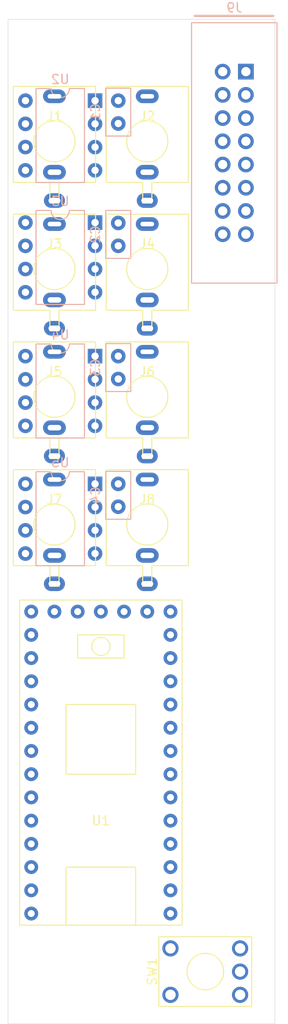
<source format=kicad_pcb>
(kicad_pcb (version 20171130) (host pcbnew "(5.1.5)-3")

  (general
    (thickness 1.6)
    (drawings 4)
    (tracks 0)
    (zones 0)
    (modules 19)
    (nets 56)
  )

  (page User 200 200)
  (title_block
    (title "002 - PC Interface")
    (rev 1.0)
    (company MIT)
  )

  (layers
    (0 F.Cu signal)
    (31 B.Cu signal)
    (32 B.Adhes user)
    (33 F.Adhes user)
    (34 B.Paste user)
    (35 F.Paste user)
    (36 B.SilkS user)
    (37 F.SilkS user)
    (38 B.Mask user)
    (39 F.Mask user)
    (40 Dwgs.User user)
    (41 Cmts.User user)
    (42 Eco1.User user)
    (43 Eco2.User user)
    (44 Edge.Cuts user)
    (45 Margin user)
    (46 B.CrtYd user)
    (47 F.CrtYd user)
    (48 B.Fab user)
    (49 F.Fab user)
  )

  (setup
    (last_trace_width 0.25)
    (trace_clearance 0.2)
    (zone_clearance 0.508)
    (zone_45_only no)
    (trace_min 0.2)
    (via_size 0.8)
    (via_drill 0.4)
    (via_min_size 0.4)
    (via_min_drill 0.3)
    (uvia_size 0.3)
    (uvia_drill 0.1)
    (uvias_allowed no)
    (uvia_min_size 0.2)
    (uvia_min_drill 0.1)
    (edge_width 0.05)
    (segment_width 0.2)
    (pcb_text_width 0.3)
    (pcb_text_size 1.5 1.5)
    (mod_edge_width 0.12)
    (mod_text_size 1 1)
    (mod_text_width 0.15)
    (pad_size 1.524 1.524)
    (pad_drill 0.762)
    (pad_to_mask_clearance 0.051)
    (solder_mask_min_width 0.25)
    (aux_axis_origin 0 0)
    (visible_elements FFFFFF7F)
    (pcbplotparams
      (layerselection 0x010fc_ffffffff)
      (usegerberextensions false)
      (usegerberattributes false)
      (usegerberadvancedattributes false)
      (creategerberjobfile false)
      (excludeedgelayer true)
      (linewidth 0.100000)
      (plotframeref false)
      (viasonmask false)
      (mode 1)
      (useauxorigin false)
      (hpglpennumber 1)
      (hpglpenspeed 20)
      (hpglpendiameter 15.000000)
      (psnegative false)
      (psa4output false)
      (plotreference true)
      (plotvalue true)
      (plotinvisibletext false)
      (padsonsilk false)
      (subtractmaskfromsilk false)
      (outputformat 1)
      (mirror false)
      (drillshape 1)
      (scaleselection 1)
      (outputdirectory ""))
  )

  (net 0 "")
  (net 1 GND)
  (net 2 "Net-(J1-Pad2)")
  (net 3 "Net-(J1-Pad3)")
  (net 4 "Net-(J2-Pad2)")
  (net 5 "Net-(J2-Pad3)")
  (net 6 "Net-(J3-Pad2)")
  (net 7 "Net-(J3-Pad3)")
  (net 8 "Net-(J4-Pad2)")
  (net 9 "Net-(J4-Pad3)")
  (net 10 "Net-(J5-Pad2)")
  (net 11 "Net-(J5-Pad3)")
  (net 12 "Net-(J6-Pad2)")
  (net 13 "Net-(J6-Pad3)")
  (net 14 "Net-(J7-Pad2)")
  (net 15 "Net-(J7-Pad3)")
  (net 16 "Net-(J8-Pad2)")
  (net 17 "Net-(J8-Pad3)")
  (net 18 "Net-(J9-Pad16)")
  (net 19 "Net-(J9-Pad15)")
  (net 20 "Net-(J9-Pad14)")
  (net 21 "Net-(J9-Pad13)")
  (net 22 +5V)
  (net 23 +12V)
  (net 24 -12V)
  (net 25 "Net-(SW1-Pad2)")
  (net 26 "Net-(U1-Pad31)")
  (net 27 "Net-(U1-Pad30)")
  (net 28 "Net-(U1-Pad29)")
  (net 29 "Net-(U1-Pad28)")
  (net 30 "Net-(U1-Pad27)")
  (net 31 "Net-(U1-Pad26)")
  (net 32 "Net-(U1-Pad25)")
  (net 33 "Net-(U1-Pad24)")
  (net 34 "Net-(U1-Pad23)")
  (net 35 "Net-(U1-Pad22)")
  (net 36 CS_DAC1)
  (net 37 "Net-(U1-Pad20)")
  (net 38 CS_DAC4)
  (net 39 CS_DAC3)
  (net 40 "Net-(U1-Pad17)")
  (net 41 "Net-(U1-Pad16)")
  (net 42 "Net-(U1-Pad15)")
  (net 43 CS_DAC2)
  (net 44 "Net-(U1-Pad13)")
  (net 45 MOSI)
  (net 46 SCK)
  (net 47 "Net-(U1-Pad10)")
  (net 48 "Net-(U1-Pad9)")
  (net 49 "Net-(U1-Pad8)")
  (net 50 "Net-(U1-Pad7)")
  (net 51 "Net-(U1-Pad6)")
  (net 52 "Net-(U1-Pad5)")
  (net 53 "Net-(U1-Pad4)")
  (net 54 "Net-(U1-Pad3)")
  (net 55 "Net-(U1-Pad2)")

  (net_class Default "This is the default net class."
    (clearance 0.2)
    (trace_width 0.25)
    (via_dia 0.8)
    (via_drill 0.4)
    (uvia_dia 0.3)
    (uvia_drill 0.1)
    (add_net +12V)
    (add_net +5V)
    (add_net -12V)
    (add_net CS_DAC1)
    (add_net CS_DAC2)
    (add_net CS_DAC3)
    (add_net CS_DAC4)
    (add_net GND)
    (add_net MOSI)
    (add_net "Net-(J1-Pad2)")
    (add_net "Net-(J1-Pad3)")
    (add_net "Net-(J2-Pad2)")
    (add_net "Net-(J2-Pad3)")
    (add_net "Net-(J3-Pad2)")
    (add_net "Net-(J3-Pad3)")
    (add_net "Net-(J4-Pad2)")
    (add_net "Net-(J4-Pad3)")
    (add_net "Net-(J5-Pad2)")
    (add_net "Net-(J5-Pad3)")
    (add_net "Net-(J6-Pad2)")
    (add_net "Net-(J6-Pad3)")
    (add_net "Net-(J7-Pad2)")
    (add_net "Net-(J7-Pad3)")
    (add_net "Net-(J8-Pad2)")
    (add_net "Net-(J8-Pad3)")
    (add_net "Net-(J9-Pad13)")
    (add_net "Net-(J9-Pad14)")
    (add_net "Net-(J9-Pad15)")
    (add_net "Net-(J9-Pad16)")
    (add_net "Net-(SW1-Pad2)")
    (add_net "Net-(U1-Pad10)")
    (add_net "Net-(U1-Pad13)")
    (add_net "Net-(U1-Pad15)")
    (add_net "Net-(U1-Pad16)")
    (add_net "Net-(U1-Pad17)")
    (add_net "Net-(U1-Pad2)")
    (add_net "Net-(U1-Pad20)")
    (add_net "Net-(U1-Pad22)")
    (add_net "Net-(U1-Pad23)")
    (add_net "Net-(U1-Pad24)")
    (add_net "Net-(U1-Pad25)")
    (add_net "Net-(U1-Pad26)")
    (add_net "Net-(U1-Pad27)")
    (add_net "Net-(U1-Pad28)")
    (add_net "Net-(U1-Pad29)")
    (add_net "Net-(U1-Pad3)")
    (add_net "Net-(U1-Pad30)")
    (add_net "Net-(U1-Pad31)")
    (add_net "Net-(U1-Pad4)")
    (add_net "Net-(U1-Pad5)")
    (add_net "Net-(U1-Pad6)")
    (add_net "Net-(U1-Pad7)")
    (add_net "Net-(U1-Pad8)")
    (add_net "Net-(U1-Pad9)")
    (add_net SCK)
  )

  (module Capacitor_THT:C_Disc_D5.0mm_W2.5mm_P2.50mm (layer B.Cu) (tedit 5AE50EF0) (tstamp 5E6CDC35)
    (at 94.615 95.25 270)
    (descr "C, Disc series, Radial, pin pitch=2.50mm, , diameter*width=5*2.5mm^2, Capacitor, http://cdn-reichelt.de/documents/datenblatt/B300/DS_KERKO_TC.pdf")
    (tags "C Disc series Radial pin pitch 2.50mm  diameter 5mm width 2.5mm Capacitor")
    (path /5E89172F)
    (fp_text reference C4 (at 1.25 2.5 90) (layer B.SilkS)
      (effects (font (size 1 1) (thickness 0.15)) (justify mirror))
    )
    (fp_text value 0.1uF (at 1.25 -2.5 90) (layer B.Fab)
      (effects (font (size 1 1) (thickness 0.15)) (justify mirror))
    )
    (fp_text user %R (at 1.25 0 90) (layer B.Fab)
      (effects (font (size 1 1) (thickness 0.15)) (justify mirror))
    )
    (fp_line (start 4 1.5) (end -1.5 1.5) (layer B.CrtYd) (width 0.05))
    (fp_line (start 4 -1.5) (end 4 1.5) (layer B.CrtYd) (width 0.05))
    (fp_line (start -1.5 -1.5) (end 4 -1.5) (layer B.CrtYd) (width 0.05))
    (fp_line (start -1.5 1.5) (end -1.5 -1.5) (layer B.CrtYd) (width 0.05))
    (fp_line (start 3.87 1.37) (end 3.87 -1.37) (layer B.SilkS) (width 0.12))
    (fp_line (start -1.37 1.37) (end -1.37 -1.37) (layer B.SilkS) (width 0.12))
    (fp_line (start -1.37 -1.37) (end 3.87 -1.37) (layer B.SilkS) (width 0.12))
    (fp_line (start -1.37 1.37) (end 3.87 1.37) (layer B.SilkS) (width 0.12))
    (fp_line (start 3.75 1.25) (end -1.25 1.25) (layer B.Fab) (width 0.1))
    (fp_line (start 3.75 -1.25) (end 3.75 1.25) (layer B.Fab) (width 0.1))
    (fp_line (start -1.25 -1.25) (end 3.75 -1.25) (layer B.Fab) (width 0.1))
    (fp_line (start -1.25 1.25) (end -1.25 -1.25) (layer B.Fab) (width 0.1))
    (pad 2 thru_hole circle (at 2.5 0 270) (size 1.6 1.6) (drill 0.8) (layers *.Cu *.Mask)
      (net 1 GND))
    (pad 1 thru_hole circle (at 0 0 270) (size 1.6 1.6) (drill 0.8) (layers *.Cu *.Mask)
      (net 22 +5V))
    (model ${KISYS3DMOD}/Capacitor_THT.3dshapes/C_Disc_D5.0mm_W2.5mm_P2.50mm.wrl
      (at (xyz 0 0 0))
      (scale (xyz 1 1 1))
      (rotate (xyz 0 0 0))
    )
  )

  (module Capacitor_THT:C_Disc_D5.0mm_W2.5mm_P2.50mm (layer B.Cu) (tedit 5AE50EF0) (tstamp 5E6CDC22)
    (at 94.615 81.28 270)
    (descr "C, Disc series, Radial, pin pitch=2.50mm, , diameter*width=5*2.5mm^2, Capacitor, http://cdn-reichelt.de/documents/datenblatt/B300/DS_KERKO_TC.pdf")
    (tags "C Disc series Radial pin pitch 2.50mm  diameter 5mm width 2.5mm Capacitor")
    (path /5E89142D)
    (fp_text reference C3 (at 1.25 2.5 90) (layer B.SilkS)
      (effects (font (size 1 1) (thickness 0.15)) (justify mirror))
    )
    (fp_text value 0.1uF (at 1.25 -2.5 90) (layer B.Fab)
      (effects (font (size 1 1) (thickness 0.15)) (justify mirror))
    )
    (fp_text user %R (at 1.25 0 90) (layer B.Fab)
      (effects (font (size 1 1) (thickness 0.15)) (justify mirror))
    )
    (fp_line (start 4 1.5) (end -1.5 1.5) (layer B.CrtYd) (width 0.05))
    (fp_line (start 4 -1.5) (end 4 1.5) (layer B.CrtYd) (width 0.05))
    (fp_line (start -1.5 -1.5) (end 4 -1.5) (layer B.CrtYd) (width 0.05))
    (fp_line (start -1.5 1.5) (end -1.5 -1.5) (layer B.CrtYd) (width 0.05))
    (fp_line (start 3.87 1.37) (end 3.87 -1.37) (layer B.SilkS) (width 0.12))
    (fp_line (start -1.37 1.37) (end -1.37 -1.37) (layer B.SilkS) (width 0.12))
    (fp_line (start -1.37 -1.37) (end 3.87 -1.37) (layer B.SilkS) (width 0.12))
    (fp_line (start -1.37 1.37) (end 3.87 1.37) (layer B.SilkS) (width 0.12))
    (fp_line (start 3.75 1.25) (end -1.25 1.25) (layer B.Fab) (width 0.1))
    (fp_line (start 3.75 -1.25) (end 3.75 1.25) (layer B.Fab) (width 0.1))
    (fp_line (start -1.25 -1.25) (end 3.75 -1.25) (layer B.Fab) (width 0.1))
    (fp_line (start -1.25 1.25) (end -1.25 -1.25) (layer B.Fab) (width 0.1))
    (pad 2 thru_hole circle (at 2.5 0 270) (size 1.6 1.6) (drill 0.8) (layers *.Cu *.Mask)
      (net 1 GND))
    (pad 1 thru_hole circle (at 0 0 270) (size 1.6 1.6) (drill 0.8) (layers *.Cu *.Mask)
      (net 22 +5V))
    (model ${KISYS3DMOD}/Capacitor_THT.3dshapes/C_Disc_D5.0mm_W2.5mm_P2.50mm.wrl
      (at (xyz 0 0 0))
      (scale (xyz 1 1 1))
      (rotate (xyz 0 0 0))
    )
  )

  (module Capacitor_THT:C_Disc_D5.0mm_W2.5mm_P2.50mm (layer B.Cu) (tedit 5AE50EF0) (tstamp 5E6CDC0F)
    (at 94.615 66.715 270)
    (descr "C, Disc series, Radial, pin pitch=2.50mm, , diameter*width=5*2.5mm^2, Capacitor, http://cdn-reichelt.de/documents/datenblatt/B300/DS_KERKO_TC.pdf")
    (tags "C Disc series Radial pin pitch 2.50mm  diameter 5mm width 2.5mm Capacitor")
    (path /5E887AE3)
    (fp_text reference C2 (at 1.25 2.5 90) (layer B.SilkS)
      (effects (font (size 1 1) (thickness 0.15)) (justify mirror))
    )
    (fp_text value 0.1uF (at 1.25 -2.5 90) (layer B.Fab)
      (effects (font (size 1 1) (thickness 0.15)) (justify mirror))
    )
    (fp_text user %R (at 1.25 0 90) (layer B.Fab)
      (effects (font (size 1 1) (thickness 0.15)) (justify mirror))
    )
    (fp_line (start 4 1.5) (end -1.5 1.5) (layer B.CrtYd) (width 0.05))
    (fp_line (start 4 -1.5) (end 4 1.5) (layer B.CrtYd) (width 0.05))
    (fp_line (start -1.5 -1.5) (end 4 -1.5) (layer B.CrtYd) (width 0.05))
    (fp_line (start -1.5 1.5) (end -1.5 -1.5) (layer B.CrtYd) (width 0.05))
    (fp_line (start 3.87 1.37) (end 3.87 -1.37) (layer B.SilkS) (width 0.12))
    (fp_line (start -1.37 1.37) (end -1.37 -1.37) (layer B.SilkS) (width 0.12))
    (fp_line (start -1.37 -1.37) (end 3.87 -1.37) (layer B.SilkS) (width 0.12))
    (fp_line (start -1.37 1.37) (end 3.87 1.37) (layer B.SilkS) (width 0.12))
    (fp_line (start 3.75 1.25) (end -1.25 1.25) (layer B.Fab) (width 0.1))
    (fp_line (start 3.75 -1.25) (end 3.75 1.25) (layer B.Fab) (width 0.1))
    (fp_line (start -1.25 -1.25) (end 3.75 -1.25) (layer B.Fab) (width 0.1))
    (fp_line (start -1.25 1.25) (end -1.25 -1.25) (layer B.Fab) (width 0.1))
    (pad 2 thru_hole circle (at 2.5 0 270) (size 1.6 1.6) (drill 0.8) (layers *.Cu *.Mask)
      (net 1 GND))
    (pad 1 thru_hole circle (at 0 0 270) (size 1.6 1.6) (drill 0.8) (layers *.Cu *.Mask)
      (net 22 +5V))
    (model ${KISYS3DMOD}/Capacitor_THT.3dshapes/C_Disc_D5.0mm_W2.5mm_P2.50mm.wrl
      (at (xyz 0 0 0))
      (scale (xyz 1 1 1))
      (rotate (xyz 0 0 0))
    )
  )

  (module Capacitor_THT:C_Disc_D5.0mm_W2.5mm_P2.50mm (layer B.Cu) (tedit 5AE50EF0) (tstamp 5E6CDBFC)
    (at 94.615 53.34 270)
    (descr "C, Disc series, Radial, pin pitch=2.50mm, , diameter*width=5*2.5mm^2, Capacitor, http://cdn-reichelt.de/documents/datenblatt/B300/DS_KERKO_TC.pdf")
    (tags "C Disc series Radial pin pitch 2.50mm  diameter 5mm width 2.5mm Capacitor")
    (path /5E854C01)
    (fp_text reference C1 (at 1.25 2.5 270) (layer B.SilkS)
      (effects (font (size 1 1) (thickness 0.15)) (justify mirror))
    )
    (fp_text value 0.1uF (at 1.25 -2.5 270) (layer B.Fab)
      (effects (font (size 1 1) (thickness 0.15)) (justify mirror))
    )
    (fp_text user %R (at 1.25 0 270) (layer B.Fab)
      (effects (font (size 1 1) (thickness 0.15)) (justify mirror))
    )
    (fp_line (start 4 1.5) (end -1.5 1.5) (layer B.CrtYd) (width 0.05))
    (fp_line (start 4 -1.5) (end 4 1.5) (layer B.CrtYd) (width 0.05))
    (fp_line (start -1.5 -1.5) (end 4 -1.5) (layer B.CrtYd) (width 0.05))
    (fp_line (start -1.5 1.5) (end -1.5 -1.5) (layer B.CrtYd) (width 0.05))
    (fp_line (start 3.87 1.37) (end 3.87 -1.37) (layer B.SilkS) (width 0.12))
    (fp_line (start -1.37 1.37) (end -1.37 -1.37) (layer B.SilkS) (width 0.12))
    (fp_line (start -1.37 -1.37) (end 3.87 -1.37) (layer B.SilkS) (width 0.12))
    (fp_line (start -1.37 1.37) (end 3.87 1.37) (layer B.SilkS) (width 0.12))
    (fp_line (start 3.75 1.25) (end -1.25 1.25) (layer B.Fab) (width 0.1))
    (fp_line (start 3.75 -1.25) (end 3.75 1.25) (layer B.Fab) (width 0.1))
    (fp_line (start -1.25 -1.25) (end 3.75 -1.25) (layer B.Fab) (width 0.1))
    (fp_line (start -1.25 1.25) (end -1.25 -1.25) (layer B.Fab) (width 0.1))
    (pad 2 thru_hole circle (at 2.5 0 270) (size 1.6 1.6) (drill 0.8) (layers *.Cu *.Mask)
      (net 1 GND))
    (pad 1 thru_hole circle (at 0 0 270) (size 1.6 1.6) (drill 0.8) (layers *.Cu *.Mask)
      (net 22 +5V))
    (model ${KISYS3DMOD}/Capacitor_THT.3dshapes/C_Disc_D5.0mm_W2.5mm_P2.50mm.wrl
      (at (xyz 0 0 0))
      (scale (xyz 1 1 1))
      (rotate (xyz 0 0 0))
    )
  )

  (module Package_DIP:DIP-8_W7.62mm (layer B.Cu) (tedit 5A02E8C5) (tstamp 5E6C81C8)
    (at 92.075 95.25 180)
    (descr "8-lead though-hole mounted DIP package, row spacing 7.62 mm (300 mils)")
    (tags "THT DIP DIL PDIP 2.54mm 7.62mm 300mil")
    (path /5E6EF375)
    (fp_text reference U5 (at 3.81 2.33) (layer B.SilkS)
      (effects (font (size 1 1) (thickness 0.15)) (justify mirror))
    )
    (fp_text value MCP4822 (at 3.81 -9.95) (layer B.Fab)
      (effects (font (size 1 1) (thickness 0.15)) (justify mirror))
    )
    (fp_text user %R (at 3.81 -3.81) (layer B.Fab)
      (effects (font (size 1 1) (thickness 0.15)) (justify mirror))
    )
    (fp_line (start 8.7 1.55) (end -1.1 1.55) (layer B.CrtYd) (width 0.05))
    (fp_line (start 8.7 -9.15) (end 8.7 1.55) (layer B.CrtYd) (width 0.05))
    (fp_line (start -1.1 -9.15) (end 8.7 -9.15) (layer B.CrtYd) (width 0.05))
    (fp_line (start -1.1 1.55) (end -1.1 -9.15) (layer B.CrtYd) (width 0.05))
    (fp_line (start 6.46 1.33) (end 4.81 1.33) (layer B.SilkS) (width 0.12))
    (fp_line (start 6.46 -8.95) (end 6.46 1.33) (layer B.SilkS) (width 0.12))
    (fp_line (start 1.16 -8.95) (end 6.46 -8.95) (layer B.SilkS) (width 0.12))
    (fp_line (start 1.16 1.33) (end 1.16 -8.95) (layer B.SilkS) (width 0.12))
    (fp_line (start 2.81 1.33) (end 1.16 1.33) (layer B.SilkS) (width 0.12))
    (fp_line (start 0.635 0.27) (end 1.635 1.27) (layer B.Fab) (width 0.1))
    (fp_line (start 0.635 -8.89) (end 0.635 0.27) (layer B.Fab) (width 0.1))
    (fp_line (start 6.985 -8.89) (end 0.635 -8.89) (layer B.Fab) (width 0.1))
    (fp_line (start 6.985 1.27) (end 6.985 -8.89) (layer B.Fab) (width 0.1))
    (fp_line (start 1.635 1.27) (end 6.985 1.27) (layer B.Fab) (width 0.1))
    (fp_arc (start 3.81 1.33) (end 2.81 1.33) (angle 180) (layer B.SilkS) (width 0.12))
    (pad 8 thru_hole oval (at 7.62 0 180) (size 1.6 1.6) (drill 0.8) (layers *.Cu *.Mask)
      (net 15 "Net-(J7-Pad3)"))
    (pad 4 thru_hole oval (at 0 -7.62 180) (size 1.6 1.6) (drill 0.8) (layers *.Cu *.Mask)
      (net 45 MOSI))
    (pad 7 thru_hole oval (at 7.62 -2.54 180) (size 1.6 1.6) (drill 0.8) (layers *.Cu *.Mask)
      (net 1 GND))
    (pad 3 thru_hole oval (at 0 -5.08 180) (size 1.6 1.6) (drill 0.8) (layers *.Cu *.Mask)
      (net 46 SCK))
    (pad 6 thru_hole oval (at 7.62 -5.08 180) (size 1.6 1.6) (drill 0.8) (layers *.Cu *.Mask)
      (net 17 "Net-(J8-Pad3)"))
    (pad 2 thru_hole oval (at 0 -2.54 180) (size 1.6 1.6) (drill 0.8) (layers *.Cu *.Mask)
      (net 38 CS_DAC4))
    (pad 5 thru_hole oval (at 7.62 -7.62 180) (size 1.6 1.6) (drill 0.8) (layers *.Cu *.Mask)
      (net 1 GND))
    (pad 1 thru_hole rect (at 0 0 180) (size 1.6 1.6) (drill 0.8) (layers *.Cu *.Mask)
      (net 22 +5V))
    (model ${KISYS3DMOD}/Package_DIP.3dshapes/DIP-8_W7.62mm.wrl
      (at (xyz 0 0 0))
      (scale (xyz 1 1 1))
      (rotate (xyz 0 0 0))
    )
  )

  (module Package_DIP:DIP-8_W7.62mm (layer B.Cu) (tedit 5A02E8C5) (tstamp 5E6C81AC)
    (at 92.075 81.28 180)
    (descr "8-lead though-hole mounted DIP package, row spacing 7.62 mm (300 mils)")
    (tags "THT DIP DIL PDIP 2.54mm 7.62mm 300mil")
    (path /5E6EEA83)
    (fp_text reference U4 (at 3.81 2.33) (layer B.SilkS)
      (effects (font (size 1 1) (thickness 0.15)) (justify mirror))
    )
    (fp_text value MCP4822 (at 3.81 -9.95) (layer B.Fab)
      (effects (font (size 1 1) (thickness 0.15)) (justify mirror))
    )
    (fp_text user %R (at 3.81 -3.81) (layer B.Fab)
      (effects (font (size 1 1) (thickness 0.15)) (justify mirror))
    )
    (fp_line (start 8.7 1.55) (end -1.1 1.55) (layer B.CrtYd) (width 0.05))
    (fp_line (start 8.7 -9.15) (end 8.7 1.55) (layer B.CrtYd) (width 0.05))
    (fp_line (start -1.1 -9.15) (end 8.7 -9.15) (layer B.CrtYd) (width 0.05))
    (fp_line (start -1.1 1.55) (end -1.1 -9.15) (layer B.CrtYd) (width 0.05))
    (fp_line (start 6.46 1.33) (end 4.81 1.33) (layer B.SilkS) (width 0.12))
    (fp_line (start 6.46 -8.95) (end 6.46 1.33) (layer B.SilkS) (width 0.12))
    (fp_line (start 1.16 -8.95) (end 6.46 -8.95) (layer B.SilkS) (width 0.12))
    (fp_line (start 1.16 1.33) (end 1.16 -8.95) (layer B.SilkS) (width 0.12))
    (fp_line (start 2.81 1.33) (end 1.16 1.33) (layer B.SilkS) (width 0.12))
    (fp_line (start 0.635 0.27) (end 1.635 1.27) (layer B.Fab) (width 0.1))
    (fp_line (start 0.635 -8.89) (end 0.635 0.27) (layer B.Fab) (width 0.1))
    (fp_line (start 6.985 -8.89) (end 0.635 -8.89) (layer B.Fab) (width 0.1))
    (fp_line (start 6.985 1.27) (end 6.985 -8.89) (layer B.Fab) (width 0.1))
    (fp_line (start 1.635 1.27) (end 6.985 1.27) (layer B.Fab) (width 0.1))
    (fp_arc (start 3.81 1.33) (end 2.81 1.33) (angle 180) (layer B.SilkS) (width 0.12))
    (pad 8 thru_hole oval (at 7.62 0 180) (size 1.6 1.6) (drill 0.8) (layers *.Cu *.Mask)
      (net 11 "Net-(J5-Pad3)"))
    (pad 4 thru_hole oval (at 0 -7.62 180) (size 1.6 1.6) (drill 0.8) (layers *.Cu *.Mask)
      (net 45 MOSI))
    (pad 7 thru_hole oval (at 7.62 -2.54 180) (size 1.6 1.6) (drill 0.8) (layers *.Cu *.Mask)
      (net 1 GND))
    (pad 3 thru_hole oval (at 0 -5.08 180) (size 1.6 1.6) (drill 0.8) (layers *.Cu *.Mask)
      (net 46 SCK))
    (pad 6 thru_hole oval (at 7.62 -5.08 180) (size 1.6 1.6) (drill 0.8) (layers *.Cu *.Mask)
      (net 13 "Net-(J6-Pad3)"))
    (pad 2 thru_hole oval (at 0 -2.54 180) (size 1.6 1.6) (drill 0.8) (layers *.Cu *.Mask)
      (net 39 CS_DAC3))
    (pad 5 thru_hole oval (at 7.62 -7.62 180) (size 1.6 1.6) (drill 0.8) (layers *.Cu *.Mask)
      (net 1 GND))
    (pad 1 thru_hole rect (at 0 0 180) (size 1.6 1.6) (drill 0.8) (layers *.Cu *.Mask)
      (net 22 +5V))
    (model ${KISYS3DMOD}/Package_DIP.3dshapes/DIP-8_W7.62mm.wrl
      (at (xyz 0 0 0))
      (scale (xyz 1 1 1))
      (rotate (xyz 0 0 0))
    )
  )

  (module Package_DIP:DIP-8_W7.62mm (layer B.Cu) (tedit 5A02E8C5) (tstamp 5E6C8190)
    (at 92.075 66.675 180)
    (descr "8-lead though-hole mounted DIP package, row spacing 7.62 mm (300 mils)")
    (tags "THT DIP DIL PDIP 2.54mm 7.62mm 300mil")
    (path /5E6EE439)
    (fp_text reference U3 (at 3.81 2.33) (layer B.SilkS)
      (effects (font (size 1 1) (thickness 0.15)) (justify mirror))
    )
    (fp_text value MCP4822 (at 3.81 -9.95) (layer B.Fab)
      (effects (font (size 1 1) (thickness 0.15)) (justify mirror))
    )
    (fp_text user %R (at 3.81 -3.81) (layer B.Fab)
      (effects (font (size 1 1) (thickness 0.15)) (justify mirror))
    )
    (fp_line (start 8.7 1.55) (end -1.1 1.55) (layer B.CrtYd) (width 0.05))
    (fp_line (start 8.7 -9.15) (end 8.7 1.55) (layer B.CrtYd) (width 0.05))
    (fp_line (start -1.1 -9.15) (end 8.7 -9.15) (layer B.CrtYd) (width 0.05))
    (fp_line (start -1.1 1.55) (end -1.1 -9.15) (layer B.CrtYd) (width 0.05))
    (fp_line (start 6.46 1.33) (end 4.81 1.33) (layer B.SilkS) (width 0.12))
    (fp_line (start 6.46 -8.95) (end 6.46 1.33) (layer B.SilkS) (width 0.12))
    (fp_line (start 1.16 -8.95) (end 6.46 -8.95) (layer B.SilkS) (width 0.12))
    (fp_line (start 1.16 1.33) (end 1.16 -8.95) (layer B.SilkS) (width 0.12))
    (fp_line (start 2.81 1.33) (end 1.16 1.33) (layer B.SilkS) (width 0.12))
    (fp_line (start 0.635 0.27) (end 1.635 1.27) (layer B.Fab) (width 0.1))
    (fp_line (start 0.635 -8.89) (end 0.635 0.27) (layer B.Fab) (width 0.1))
    (fp_line (start 6.985 -8.89) (end 0.635 -8.89) (layer B.Fab) (width 0.1))
    (fp_line (start 6.985 1.27) (end 6.985 -8.89) (layer B.Fab) (width 0.1))
    (fp_line (start 1.635 1.27) (end 6.985 1.27) (layer B.Fab) (width 0.1))
    (fp_arc (start 3.81 1.33) (end 2.81 1.33) (angle 180) (layer B.SilkS) (width 0.12))
    (pad 8 thru_hole oval (at 7.62 0 180) (size 1.6 1.6) (drill 0.8) (layers *.Cu *.Mask)
      (net 7 "Net-(J3-Pad3)"))
    (pad 4 thru_hole oval (at 0 -7.62 180) (size 1.6 1.6) (drill 0.8) (layers *.Cu *.Mask)
      (net 45 MOSI))
    (pad 7 thru_hole oval (at 7.62 -2.54 180) (size 1.6 1.6) (drill 0.8) (layers *.Cu *.Mask)
      (net 1 GND))
    (pad 3 thru_hole oval (at 0 -5.08 180) (size 1.6 1.6) (drill 0.8) (layers *.Cu *.Mask)
      (net 46 SCK))
    (pad 6 thru_hole oval (at 7.62 -5.08 180) (size 1.6 1.6) (drill 0.8) (layers *.Cu *.Mask)
      (net 9 "Net-(J4-Pad3)"))
    (pad 2 thru_hole oval (at 0 -2.54 180) (size 1.6 1.6) (drill 0.8) (layers *.Cu *.Mask)
      (net 43 CS_DAC2))
    (pad 5 thru_hole oval (at 7.62 -7.62 180) (size 1.6 1.6) (drill 0.8) (layers *.Cu *.Mask)
      (net 1 GND))
    (pad 1 thru_hole rect (at 0 0 180) (size 1.6 1.6) (drill 0.8) (layers *.Cu *.Mask)
      (net 22 +5V))
    (model ${KISYS3DMOD}/Package_DIP.3dshapes/DIP-8_W7.62mm.wrl
      (at (xyz 0 0 0))
      (scale (xyz 1 1 1))
      (rotate (xyz 0 0 0))
    )
  )

  (module Package_DIP:DIP-8_W7.62mm (layer B.Cu) (tedit 5A02E8C5) (tstamp 5E6C8174)
    (at 92.075 53.34 180)
    (descr "8-lead though-hole mounted DIP package, row spacing 7.62 mm (300 mils)")
    (tags "THT DIP DIL PDIP 2.54mm 7.62mm 300mil")
    (path /5E6ECDB7)
    (fp_text reference U2 (at 3.81 2.33) (layer B.SilkS)
      (effects (font (size 1 1) (thickness 0.15)) (justify mirror))
    )
    (fp_text value MCP4822 (at 3.81 -9.95) (layer B.Fab)
      (effects (font (size 1 1) (thickness 0.15)) (justify mirror))
    )
    (fp_text user %R (at 3.81 -3.81) (layer B.Fab)
      (effects (font (size 1 1) (thickness 0.15)) (justify mirror))
    )
    (fp_line (start 8.7 1.55) (end -1.1 1.55) (layer B.CrtYd) (width 0.05))
    (fp_line (start 8.7 -9.15) (end 8.7 1.55) (layer B.CrtYd) (width 0.05))
    (fp_line (start -1.1 -9.15) (end 8.7 -9.15) (layer B.CrtYd) (width 0.05))
    (fp_line (start -1.1 1.55) (end -1.1 -9.15) (layer B.CrtYd) (width 0.05))
    (fp_line (start 6.46 1.33) (end 4.81 1.33) (layer B.SilkS) (width 0.12))
    (fp_line (start 6.46 -8.95) (end 6.46 1.33) (layer B.SilkS) (width 0.12))
    (fp_line (start 1.16 -8.95) (end 6.46 -8.95) (layer B.SilkS) (width 0.12))
    (fp_line (start 1.16 1.33) (end 1.16 -8.95) (layer B.SilkS) (width 0.12))
    (fp_line (start 2.81 1.33) (end 1.16 1.33) (layer B.SilkS) (width 0.12))
    (fp_line (start 0.635 0.27) (end 1.635 1.27) (layer B.Fab) (width 0.1))
    (fp_line (start 0.635 -8.89) (end 0.635 0.27) (layer B.Fab) (width 0.1))
    (fp_line (start 6.985 -8.89) (end 0.635 -8.89) (layer B.Fab) (width 0.1))
    (fp_line (start 6.985 1.27) (end 6.985 -8.89) (layer B.Fab) (width 0.1))
    (fp_line (start 1.635 1.27) (end 6.985 1.27) (layer B.Fab) (width 0.1))
    (fp_arc (start 3.81 1.33) (end 2.81 1.33) (angle 180) (layer B.SilkS) (width 0.12))
    (pad 8 thru_hole oval (at 7.62 0 180) (size 1.6 1.6) (drill 0.8) (layers *.Cu *.Mask)
      (net 3 "Net-(J1-Pad3)"))
    (pad 4 thru_hole oval (at 0 -7.62 180) (size 1.6 1.6) (drill 0.8) (layers *.Cu *.Mask)
      (net 45 MOSI))
    (pad 7 thru_hole oval (at 7.62 -2.54 180) (size 1.6 1.6) (drill 0.8) (layers *.Cu *.Mask)
      (net 1 GND))
    (pad 3 thru_hole oval (at 0 -5.08 180) (size 1.6 1.6) (drill 0.8) (layers *.Cu *.Mask)
      (net 46 SCK))
    (pad 6 thru_hole oval (at 7.62 -5.08 180) (size 1.6 1.6) (drill 0.8) (layers *.Cu *.Mask)
      (net 5 "Net-(J2-Pad3)"))
    (pad 2 thru_hole oval (at 0 -2.54 180) (size 1.6 1.6) (drill 0.8) (layers *.Cu *.Mask)
      (net 36 CS_DAC1))
    (pad 5 thru_hole oval (at 7.62 -7.62 180) (size 1.6 1.6) (drill 0.8) (layers *.Cu *.Mask)
      (net 1 GND))
    (pad 1 thru_hole rect (at 0 0 180) (size 1.6 1.6) (drill 0.8) (layers *.Cu *.Mask)
      (net 22 +5V))
    (model ${KISYS3DMOD}/Package_DIP.3dshapes/DIP-8_W7.62mm.wrl
      (at (xyz 0 0 0))
      (scale (xyz 1 1 1))
      (rotate (xyz 0 0 0))
    )
  )

  (module byte_sized_beats:Adafruit_ItsyBitsyM0 (layer F.Cu) (tedit 5E6C2877) (tstamp 5E6C8158)
    (at 92.71 125.73 180)
    (path /5E6CD978)
    (fp_text reference U1 (at 0 -6.35) (layer F.SilkS)
      (effects (font (size 1 1) (thickness 0.15)))
    )
    (fp_text value Adafruit_ItsyBitsyM0 (at 0 -19.05) (layer F.Fab)
      (effects (font (size 1 1) (thickness 0.15)))
    )
    (fp_circle (center 0 12.7) (end 1 12.7) (layer F.SilkS) (width 0.12))
    (fp_line (start 2.54 11.43) (end -2.54 11.43) (layer F.SilkS) (width 0.12))
    (fp_line (start 2.54 13.97) (end 2.54 11.43) (layer F.SilkS) (width 0.12))
    (fp_line (start -2.54 13.97) (end 2.54 13.97) (layer F.SilkS) (width 0.12))
    (fp_line (start -2.54 11.43) (end -2.54 13.97) (layer F.SilkS) (width 0.12))
    (fp_line (start -3.81 6.35) (end -3.81 -1.27) (layer F.SilkS) (width 0.12))
    (fp_line (start 3.81 6.35) (end -3.81 6.35) (layer F.SilkS) (width 0.12))
    (fp_line (start 3.81 -1.27) (end 3.81 6.35) (layer F.SilkS) (width 0.12))
    (fp_line (start 2.54 -1.27) (end 3.81 -1.27) (layer F.SilkS) (width 0.12))
    (fp_line (start -3.81 -1.27) (end 2.54 -1.27) (layer F.SilkS) (width 0.12))
    (fp_line (start 3.81 -11.43) (end 3.81 -17.78) (layer F.SilkS) (width 0.12))
    (fp_line (start -3.81 -11.43) (end 3.81 -11.43) (layer F.SilkS) (width 0.12))
    (fp_line (start -3.81 -17.78) (end -3.81 -11.43) (layer F.SilkS) (width 0.12))
    (fp_line (start -8.89 17.78) (end -8.89 -17.78) (layer F.SilkS) (width 0.12))
    (fp_line (start 8.89 17.78) (end -8.89 17.78) (layer F.SilkS) (width 0.12))
    (fp_line (start 8.89 -17.78) (end 8.89 17.78) (layer F.SilkS) (width 0.12))
    (fp_line (start -8.89 -17.78) (end 8.89 -17.78) (layer F.SilkS) (width 0.12))
    (pad 33 thru_hole circle (at 7.62 -16.51 180) (size 1.524 1.524) (drill 0.762) (layers *.Cu *.Mask)
      (net 22 +5V))
    (pad 32 thru_hole circle (at 7.62 -13.97 180) (size 1.524 1.524) (drill 0.762) (layers *.Cu *.Mask)
      (net 1 GND))
    (pad 31 thru_hole circle (at 7.62 -11.43 180) (size 1.524 1.524) (drill 0.762) (layers *.Cu *.Mask)
      (net 26 "Net-(U1-Pad31)"))
    (pad 30 thru_hole circle (at 7.62 -8.89 180) (size 1.524 1.524) (drill 0.762) (layers *.Cu *.Mask)
      (net 27 "Net-(U1-Pad30)"))
    (pad 29 thru_hole circle (at 7.62 -6.35 180) (size 1.524 1.524) (drill 0.762) (layers *.Cu *.Mask)
      (net 28 "Net-(U1-Pad29)"))
    (pad 28 thru_hole circle (at 7.62 -3.81 180) (size 1.524 1.524) (drill 0.762) (layers *.Cu *.Mask)
      (net 29 "Net-(U1-Pad28)"))
    (pad 27 thru_hole circle (at 7.62 -1.27 180) (size 1.524 1.524) (drill 0.762) (layers *.Cu *.Mask)
      (net 30 "Net-(U1-Pad27)"))
    (pad 26 thru_hole circle (at 7.62 1.27 180) (size 1.524 1.524) (drill 0.762) (layers *.Cu *.Mask)
      (net 31 "Net-(U1-Pad26)"))
    (pad 25 thru_hole circle (at 7.62 3.81 180) (size 1.524 1.524) (drill 0.762) (layers *.Cu *.Mask)
      (net 32 "Net-(U1-Pad25)"))
    (pad 24 thru_hole circle (at 7.62 6.35 180) (size 1.524 1.524) (drill 0.762) (layers *.Cu *.Mask)
      (net 33 "Net-(U1-Pad24)"))
    (pad 23 thru_hole circle (at 7.62 8.89 180) (size 1.524 1.524) (drill 0.762) (layers *.Cu *.Mask)
      (net 34 "Net-(U1-Pad23)"))
    (pad 22 thru_hole circle (at 7.62 11.43 180) (size 1.524 1.524) (drill 0.762) (layers *.Cu *.Mask)
      (net 35 "Net-(U1-Pad22)"))
    (pad 21 thru_hole circle (at 7.62 13.97 180) (size 1.524 1.524) (drill 0.762) (layers *.Cu *.Mask)
      (net 36 CS_DAC1))
    (pad 20 thru_hole circle (at 7.62 16.51 180) (size 1.524 1.524) (drill 0.762) (layers *.Cu *.Mask)
      (net 37 "Net-(U1-Pad20)"))
    (pad 19 thru_hole circle (at 5.08 16.51 180) (size 1.524 1.524) (drill 0.762) (layers *.Cu *.Mask)
      (net 38 CS_DAC4))
    (pad 18 thru_hole circle (at 2.54 16.51 180) (size 1.524 1.524) (drill 0.762) (layers *.Cu *.Mask)
      (net 39 CS_DAC3))
    (pad 17 thru_hole circle (at 0 16.51 180) (size 1.524 1.524) (drill 0.762) (layers *.Cu *.Mask)
      (net 40 "Net-(U1-Pad17)"))
    (pad 16 thru_hole circle (at -2.54 16.51 180) (size 1.524 1.524) (drill 0.762) (layers *.Cu *.Mask)
      (net 41 "Net-(U1-Pad16)"))
    (pad 15 thru_hole circle (at -5.08 16.51 180) (size 1.524 1.524) (drill 0.762) (layers *.Cu *.Mask)
      (net 42 "Net-(U1-Pad15)"))
    (pad 14 thru_hole circle (at -7.62 16.51 180) (size 1.524 1.524) (drill 0.762) (layers *.Cu *.Mask)
      (net 43 CS_DAC2))
    (pad 13 thru_hole circle (at -7.62 13.97 180) (size 1.524 1.524) (drill 0.762) (layers *.Cu *.Mask)
      (net 44 "Net-(U1-Pad13)"))
    (pad 12 thru_hole circle (at -7.62 11.43 180) (size 1.524 1.524) (drill 0.762) (layers *.Cu *.Mask)
      (net 45 MOSI))
    (pad 11 thru_hole circle (at -7.62 8.89 180) (size 1.524 1.524) (drill 0.762) (layers *.Cu *.Mask)
      (net 46 SCK))
    (pad 10 thru_hole circle (at -7.62 6.35 180) (size 1.524 1.524) (drill 0.762) (layers *.Cu *.Mask)
      (net 47 "Net-(U1-Pad10)"))
    (pad 9 thru_hole circle (at -7.62 3.81 180) (size 1.524 1.524) (drill 0.762) (layers *.Cu *.Mask)
      (net 48 "Net-(U1-Pad9)"))
    (pad 8 thru_hole circle (at -7.62 1.27 180) (size 1.524 1.524) (drill 0.762) (layers *.Cu *.Mask)
      (net 49 "Net-(U1-Pad8)"))
    (pad 7 thru_hole circle (at -7.62 -1.27 180) (size 1.524 1.524) (drill 0.762) (layers *.Cu *.Mask)
      (net 50 "Net-(U1-Pad7)"))
    (pad 6 thru_hole circle (at -7.62 -3.81 180) (size 1.524 1.524) (drill 0.762) (layers *.Cu *.Mask)
      (net 51 "Net-(U1-Pad6)"))
    (pad 5 thru_hole circle (at -7.62 -6.35 180) (size 1.524 1.524) (drill 0.762) (layers *.Cu *.Mask)
      (net 52 "Net-(U1-Pad5)"))
    (pad 4 thru_hole circle (at -7.62 -8.89 180) (size 1.524 1.524) (drill 0.762) (layers *.Cu *.Mask)
      (net 53 "Net-(U1-Pad4)"))
    (pad 3 thru_hole circle (at -7.62 -11.43 180) (size 1.524 1.524) (drill 0.762) (layers *.Cu *.Mask)
      (net 54 "Net-(U1-Pad3)"))
    (pad 2 thru_hole circle (at -7.62 -13.97 180) (size 1.524 1.524) (drill 0.762) (layers *.Cu *.Mask)
      (net 55 "Net-(U1-Pad2)"))
    (pad 1 thru_hole circle (at -7.62 -16.51 180) (size 1.524 1.524) (drill 0.762) (layers *.Cu *.Mask)
      (net 25 "Net-(SW1-Pad2)"))
  )

  (module Button_Switch_THT:KSA_Tactile_SPST (layer F.Cu) (tedit 5A02FE31) (tstamp 5E6C8122)
    (at 100.33 151.13 90)
    (descr "KSA http://www.ckswitches.com/media/1457/ksa_ksl.pdf")
    (tags "SWITCH SMD KSA SW")
    (path /5E6E823D)
    (fp_text reference SW1 (at 2.54 -2 90) (layer F.SilkS)
      (effects (font (size 1 1) (thickness 0.15)))
    )
    (fp_text value SW_SPST (at 2.54 10 90) (layer F.Fab)
      (effects (font (size 1 1) (thickness 0.15)))
    )
    (fp_line (start 6.24 7.91) (end 6.24 -0.29) (layer F.Fab) (width 0.1))
    (fp_circle (center 2.54 3.81) (end 0.54 3.81) (layer F.SilkS) (width 0.12))
    (fp_line (start 6.49 8.75) (end -1.41 8.75) (layer F.CrtYd) (width 0.05))
    (fp_line (start 6.49 8.75) (end 6.49 -1.14) (layer F.CrtYd) (width 0.05))
    (fp_line (start -1.41 -1.14) (end -1.41 8.75) (layer F.CrtYd) (width 0.05))
    (fp_line (start -1.41 -1.14) (end 6.49 -1.14) (layer F.CrtYd) (width 0.05))
    (fp_line (start -1.27 8.89) (end 6.35 8.89) (layer F.SilkS) (width 0.12))
    (fp_line (start -1.27 -1.27) (end -1.27 8.89) (layer F.SilkS) (width 0.12))
    (fp_line (start -1.27 -1.27) (end 6.35 -1.27) (layer F.SilkS) (width 0.12))
    (fp_line (start 6.35 8.89) (end 6.35 -1.27) (layer F.SilkS) (width 0.12))
    (fp_text user %R (at 2.54 4 90) (layer F.Fab)
      (effects (font (size 1 1) (thickness 0.15)))
    )
    (fp_line (start -1.16 7.91) (end -1.16 -0.29) (layer F.Fab) (width 0.1))
    (fp_line (start 6.24 -0.29) (end -1.16 -0.29) (layer F.Fab) (width 0.1))
    (fp_line (start -1.16 7.91) (end 6.24 7.91) (layer F.Fab) (width 0.1))
    (pad 5 thru_hole circle (at 0 7.62 90) (size 1.778 1.778) (drill 1.143) (layers *.Cu *.Mask))
    (pad 4 thru_hole circle (at 2.54 7.62 90) (size 1.778 1.778) (drill 1.143) (layers *.Cu *.Mask))
    (pad 3 thru_hole circle (at 5.08 7.62 90) (size 1.778 1.778) (drill 1.143) (layers *.Cu *.Mask))
    (pad 2 thru_hole circle (at 5.08 0 90) (size 1.778 1.778) (drill 1.143) (layers *.Cu *.Mask)
      (net 25 "Net-(SW1-Pad2)"))
    (pad 1 thru_hole circle (at 0 0 90) (size 1.778 1.778) (drill 1.143) (layers *.Cu *.Mask)
      (net 1 GND))
    (model ${KISYS3DMOD}/Button_Switch_THT.3dshapes/KSA_Tactile_SPST.wrl
      (at (xyz 0 0 0))
      (scale (xyz 1 1 1))
      (rotate (xyz 0 0 0))
    )
  )

  (module byte_sized_beats:EURORACK_16P (layer B.Cu) (tedit 5E65443F) (tstamp 5E6C810B)
    (at 108.585 50.165 180)
    (descr "Through hole straight IDC box header, 2x08, 2.54mm pitch, double rows")
    (tags "Through hole IDC box header THT 2x08 2.54mm double row")
    (path /5E6D2F2B)
    (fp_text reference J9 (at 1.27 6.985) (layer B.SilkS)
      (effects (font (size 1 1) (thickness 0.15)) (justify mirror))
    )
    (fp_text value EURORACK_16P (at 1.27 -24.384) (layer B.Fab)
      (effects (font (size 1 1) (thickness 0.15)) (justify mirror))
    )
    (fp_line (start -3 6.096) (end 5.6 6.096) (layer B.SilkS) (width 0.25))
    (fp_line (start -3.405 5.35) (end 5.945 5.35) (layer B.SilkS) (width 0.12))
    (fp_line (start -3.405 -23.13) (end -3.405 5.35) (layer B.SilkS) (width 0.12))
    (fp_line (start 5.945 -23.13) (end -3.405 -23.13) (layer B.SilkS) (width 0.12))
    (fp_line (start 5.945 5.35) (end 5.945 -23.13) (layer B.SilkS) (width 0.12))
    (fp_line (start -3.41 5.35) (end 5.95 5.35) (layer B.CrtYd) (width 0.05))
    (fp_line (start -3.41 -23.13) (end -3.41 5.35) (layer B.CrtYd) (width 0.05))
    (fp_line (start 5.95 -23.13) (end -3.41 -23.13) (layer B.CrtYd) (width 0.05))
    (fp_line (start 5.95 5.35) (end 5.95 -23.13) (layer B.CrtYd) (width 0.05))
    (fp_line (start -3.155 -22.88) (end -2.605 -22.32) (layer B.Fab) (width 0.1))
    (fp_line (start -3.155 5.1) (end -2.605 4.56) (layer B.Fab) (width 0.1))
    (fp_line (start 5.695 -22.88) (end 5.145 -22.32) (layer B.Fab) (width 0.1))
    (fp_line (start 5.695 5.1) (end 5.145 4.56) (layer B.Fab) (width 0.1))
    (fp_line (start 5.145 -22.32) (end -2.605 -22.32) (layer B.Fab) (width 0.1))
    (fp_line (start 5.695 -22.88) (end -3.155 -22.88) (layer B.Fab) (width 0.1))
    (fp_line (start 5.145 4.56) (end -2.605 4.56) (layer B.Fab) (width 0.1))
    (fp_line (start 5.695 5.1) (end -3.155 5.1) (layer B.Fab) (width 0.1))
    (fp_line (start -2.605 -11.14) (end -3.155 -11.14) (layer B.Fab) (width 0.1))
    (fp_line (start -2.605 -6.64) (end -3.155 -6.64) (layer B.Fab) (width 0.1))
    (fp_line (start -2.605 -11.14) (end -2.605 -22.32) (layer B.Fab) (width 0.1))
    (fp_line (start -2.605 4.56) (end -2.605 -6.64) (layer B.Fab) (width 0.1))
    (fp_line (start -3.155 5.1) (end -3.155 -22.88) (layer B.Fab) (width 0.1))
    (fp_line (start 5.145 4.56) (end 5.145 -22.32) (layer B.Fab) (width 0.1))
    (fp_line (start 5.695 5.1) (end 5.695 -22.88) (layer B.Fab) (width 0.1))
    (fp_text user %R (at 1.27 -8.89) (layer B.Fab)
      (effects (font (size 1 1) (thickness 0.15)) (justify mirror))
    )
    (pad 16 thru_hole oval (at 2.54 -17.78 180) (size 1.7272 1.7272) (drill 1.016) (layers *.Cu *.Mask)
      (net 18 "Net-(J9-Pad16)"))
    (pad 15 thru_hole oval (at 0 -17.78 180) (size 1.7272 1.7272) (drill 1.016) (layers *.Cu *.Mask)
      (net 19 "Net-(J9-Pad15)"))
    (pad 14 thru_hole oval (at 2.54 -15.24 180) (size 1.7272 1.7272) (drill 1.016) (layers *.Cu *.Mask)
      (net 20 "Net-(J9-Pad14)"))
    (pad 13 thru_hole oval (at 0 -15.24 180) (size 1.7272 1.7272) (drill 1.016) (layers *.Cu *.Mask)
      (net 21 "Net-(J9-Pad13)"))
    (pad 12 thru_hole oval (at 2.54 -12.7 180) (size 1.7272 1.7272) (drill 1.016) (layers *.Cu *.Mask)
      (net 22 +5V))
    (pad 11 thru_hole oval (at 0 -12.7 180) (size 1.7272 1.7272) (drill 1.016) (layers *.Cu *.Mask)
      (net 22 +5V))
    (pad 10 thru_hole oval (at 2.54 -10.16 180) (size 1.7272 1.7272) (drill 1.016) (layers *.Cu *.Mask)
      (net 23 +12V))
    (pad 9 thru_hole oval (at 0 -10.16 180) (size 1.7272 1.7272) (drill 1.016) (layers *.Cu *.Mask)
      (net 23 +12V))
    (pad 8 thru_hole oval (at 2.54 -7.62 180) (size 1.7272 1.7272) (drill 1.016) (layers *.Cu *.Mask)
      (net 1 GND))
    (pad 7 thru_hole oval (at 0 -7.62 180) (size 1.7272 1.7272) (drill 1.016) (layers *.Cu *.Mask)
      (net 1 GND))
    (pad 6 thru_hole oval (at 2.54 -5.08 180) (size 1.7272 1.7272) (drill 1.016) (layers *.Cu *.Mask)
      (net 1 GND))
    (pad 5 thru_hole oval (at 0 -5.08 180) (size 1.7272 1.7272) (drill 1.016) (layers *.Cu *.Mask)
      (net 1 GND))
    (pad 4 thru_hole oval (at 2.54 -2.54 180) (size 1.7272 1.7272) (drill 1.016) (layers *.Cu *.Mask)
      (net 1 GND))
    (pad 3 thru_hole oval (at 0 -2.54 180) (size 1.7272 1.7272) (drill 1.016) (layers *.Cu *.Mask)
      (net 1 GND))
    (pad 2 thru_hole oval (at 2.54 0 180) (size 1.7272 1.7272) (drill 1.016) (layers *.Cu *.Mask)
      (net 24 -12V))
    (pad 1 thru_hole rect (at 0 0 180) (size 1.7272 1.7272) (drill 1.016) (layers *.Cu *.Mask)
      (net 24 -12V))
    (model ${KISYS3DMOD}/Connector_IDC.3dshapes/IDC-Header_2x08_P2.54mm_Vertical.wrl
      (at (xyz 0 0 0))
      (scale (xyz 1 1 1))
      (rotate (xyz 0 0 0))
    )
  )

  (module byte_sized_beats:ThonkiconnJack (layer F.Cu) (tedit 5E6C1B42) (tstamp 5E6C80DE)
    (at 97.79 99.695)
    (path /5E70CAE9)
    (fp_text reference J8 (at 0 -2.75) (layer F.SilkS)
      (effects (font (size 1 1) (thickness 0.15)))
    )
    (fp_text value ThonkiconnJack (at 0 -6.75) (layer F.Fab)
      (effects (font (size 1 1) (thickness 0.15)))
    )
    (fp_circle (center 0 0) (end 2.25 0) (layer F.SilkS) (width 0.12))
    (fp_line (start 0.5 4.5) (end 4.5 4.5) (layer F.SilkS) (width 0.12))
    (fp_line (start 0.5 6.75) (end 0.5 4.5) (layer F.SilkS) (width 0.12))
    (fp_line (start -0.5 6.75) (end 0.5 6.75) (layer F.SilkS) (width 0.12))
    (fp_line (start -0.5 4.5) (end -0.5 6.75) (layer F.SilkS) (width 0.12))
    (fp_line (start -4.5 4.5) (end -4.5 -6) (layer F.SilkS) (width 0.12))
    (fp_line (start -0.5 4.5) (end -4.5 4.5) (layer F.SilkS) (width 0.12))
    (fp_line (start 4.5 -6) (end 4.5 4.5) (layer F.SilkS) (width 0.12))
    (fp_line (start -4.5 -6) (end 4.5 -6) (layer F.SilkS) (width 0.12))
    (pad "" np_thru_hole circle (at 0 0) (size 3 3) (drill 3) (layers *.Cu *.Mask))
    (pad 1 thru_hole oval (at 0 6.48) (size 2.3 1.6) (drill oval 1.3 0.6) (layers *.Cu *.Mask)
      (net 1 GND))
    (pad 2 thru_hole oval (at 0 3.38) (size 2.5 1.6) (drill oval 1.5 0.6) (layers *.Cu *.Mask)
      (net 16 "Net-(J8-Pad2)"))
    (pad 3 thru_hole oval (at 0 -4.92) (size 2.5 1.5) (drill oval 1.5 0.5) (layers *.Cu *.Mask)
      (net 17 "Net-(J8-Pad3)"))
    (model "G:/modular/KiCad Parts/ThonkiconnJack.wrl"
      (at (xyz 0 0 0))
      (scale (xyz 1 1 1))
      (rotate (xyz 0 0 0))
    )
  )

  (module byte_sized_beats:ThonkiconnJack (layer F.Cu) (tedit 5E6C1B42) (tstamp 5E6C80CD)
    (at 87.63 99.695)
    (path /5E70C3E0)
    (fp_text reference J7 (at 0 -2.75) (layer F.SilkS)
      (effects (font (size 1 1) (thickness 0.15)))
    )
    (fp_text value ThonkiconnJack (at 0 -6.75) (layer F.Fab)
      (effects (font (size 1 1) (thickness 0.15)))
    )
    (fp_circle (center 0 0) (end 2.25 0) (layer F.SilkS) (width 0.12))
    (fp_line (start 0.5 4.5) (end 4.5 4.5) (layer F.SilkS) (width 0.12))
    (fp_line (start 0.5 6.75) (end 0.5 4.5) (layer F.SilkS) (width 0.12))
    (fp_line (start -0.5 6.75) (end 0.5 6.75) (layer F.SilkS) (width 0.12))
    (fp_line (start -0.5 4.5) (end -0.5 6.75) (layer F.SilkS) (width 0.12))
    (fp_line (start -4.5 4.5) (end -4.5 -6) (layer F.SilkS) (width 0.12))
    (fp_line (start -0.5 4.5) (end -4.5 4.5) (layer F.SilkS) (width 0.12))
    (fp_line (start 4.5 -6) (end 4.5 4.5) (layer F.SilkS) (width 0.12))
    (fp_line (start -4.5 -6) (end 4.5 -6) (layer F.SilkS) (width 0.12))
    (pad "" np_thru_hole circle (at 0 0) (size 3 3) (drill 3) (layers *.Cu *.Mask))
    (pad 1 thru_hole oval (at 0 6.48) (size 2.3 1.6) (drill oval 1.3 0.6) (layers *.Cu *.Mask)
      (net 1 GND))
    (pad 2 thru_hole oval (at 0 3.38) (size 2.5 1.6) (drill oval 1.5 0.6) (layers *.Cu *.Mask)
      (net 14 "Net-(J7-Pad2)"))
    (pad 3 thru_hole oval (at 0 -4.92) (size 2.5 1.5) (drill oval 1.5 0.5) (layers *.Cu *.Mask)
      (net 15 "Net-(J7-Pad3)"))
    (model "G:/modular/KiCad Parts/ThonkiconnJack.wrl"
      (at (xyz 0 0 0))
      (scale (xyz 1 1 1))
      (rotate (xyz 0 0 0))
    )
  )

  (module byte_sized_beats:ThonkiconnJack (layer F.Cu) (tedit 5E6C1B42) (tstamp 5E6C80BC)
    (at 97.79 85.725)
    (path /5E70BF20)
    (fp_text reference J6 (at 0 -2.75) (layer F.SilkS)
      (effects (font (size 1 1) (thickness 0.15)))
    )
    (fp_text value ThonkiconnJack (at 0 -6.75) (layer F.Fab)
      (effects (font (size 1 1) (thickness 0.15)))
    )
    (fp_circle (center 0 0) (end 2.25 0) (layer F.SilkS) (width 0.12))
    (fp_line (start 0.5 4.5) (end 4.5 4.5) (layer F.SilkS) (width 0.12))
    (fp_line (start 0.5 6.75) (end 0.5 4.5) (layer F.SilkS) (width 0.12))
    (fp_line (start -0.5 6.75) (end 0.5 6.75) (layer F.SilkS) (width 0.12))
    (fp_line (start -0.5 4.5) (end -0.5 6.75) (layer F.SilkS) (width 0.12))
    (fp_line (start -4.5 4.5) (end -4.5 -6) (layer F.SilkS) (width 0.12))
    (fp_line (start -0.5 4.5) (end -4.5 4.5) (layer F.SilkS) (width 0.12))
    (fp_line (start 4.5 -6) (end 4.5 4.5) (layer F.SilkS) (width 0.12))
    (fp_line (start -4.5 -6) (end 4.5 -6) (layer F.SilkS) (width 0.12))
    (pad "" np_thru_hole circle (at 0 0) (size 3 3) (drill 3) (layers *.Cu *.Mask))
    (pad 1 thru_hole oval (at 0 6.48) (size 2.3 1.6) (drill oval 1.3 0.6) (layers *.Cu *.Mask)
      (net 1 GND))
    (pad 2 thru_hole oval (at 0 3.38) (size 2.5 1.6) (drill oval 1.5 0.6) (layers *.Cu *.Mask)
      (net 12 "Net-(J6-Pad2)"))
    (pad 3 thru_hole oval (at 0 -4.92) (size 2.5 1.5) (drill oval 1.5 0.5) (layers *.Cu *.Mask)
      (net 13 "Net-(J6-Pad3)"))
    (model "G:/modular/KiCad Parts/ThonkiconnJack.wrl"
      (at (xyz 0 0 0))
      (scale (xyz 1 1 1))
      (rotate (xyz 0 0 0))
    )
  )

  (module byte_sized_beats:ThonkiconnJack (layer F.Cu) (tedit 5E6C1B42) (tstamp 5E6C80AB)
    (at 87.63 85.725)
    (path /5E70BA65)
    (fp_text reference J5 (at 0 -2.75) (layer F.SilkS)
      (effects (font (size 1 1) (thickness 0.15)))
    )
    (fp_text value ThonkiconnJack (at 0 -6.75) (layer F.Fab)
      (effects (font (size 1 1) (thickness 0.15)))
    )
    (fp_circle (center 0 0) (end 2.25 0) (layer F.SilkS) (width 0.12))
    (fp_line (start 0.5 4.5) (end 4.5 4.5) (layer F.SilkS) (width 0.12))
    (fp_line (start 0.5 6.75) (end 0.5 4.5) (layer F.SilkS) (width 0.12))
    (fp_line (start -0.5 6.75) (end 0.5 6.75) (layer F.SilkS) (width 0.12))
    (fp_line (start -0.5 4.5) (end -0.5 6.75) (layer F.SilkS) (width 0.12))
    (fp_line (start -4.5 4.5) (end -4.5 -6) (layer F.SilkS) (width 0.12))
    (fp_line (start -0.5 4.5) (end -4.5 4.5) (layer F.SilkS) (width 0.12))
    (fp_line (start 4.5 -6) (end 4.5 4.5) (layer F.SilkS) (width 0.12))
    (fp_line (start -4.5 -6) (end 4.5 -6) (layer F.SilkS) (width 0.12))
    (pad "" np_thru_hole circle (at 0 0) (size 3 3) (drill 3) (layers *.Cu *.Mask))
    (pad 1 thru_hole oval (at 0 6.48) (size 2.3 1.6) (drill oval 1.3 0.6) (layers *.Cu *.Mask)
      (net 1 GND))
    (pad 2 thru_hole oval (at 0 3.38) (size 2.5 1.6) (drill oval 1.5 0.6) (layers *.Cu *.Mask)
      (net 10 "Net-(J5-Pad2)"))
    (pad 3 thru_hole oval (at 0 -4.92) (size 2.5 1.5) (drill oval 1.5 0.5) (layers *.Cu *.Mask)
      (net 11 "Net-(J5-Pad3)"))
    (model "G:/modular/KiCad Parts/ThonkiconnJack.wrl"
      (at (xyz 0 0 0))
      (scale (xyz 1 1 1))
      (rotate (xyz 0 0 0))
    )
  )

  (module byte_sized_beats:ThonkiconnJack (layer F.Cu) (tedit 5E6C1B42) (tstamp 5E6C809A)
    (at 97.79 71.755)
    (path /5E70B497)
    (fp_text reference J4 (at 0 -2.75) (layer F.SilkS)
      (effects (font (size 1 1) (thickness 0.15)))
    )
    (fp_text value ThonkiconnJack (at 0 -6.75) (layer F.Fab)
      (effects (font (size 1 1) (thickness 0.15)))
    )
    (fp_circle (center 0 0) (end 2.25 0) (layer F.SilkS) (width 0.12))
    (fp_line (start 0.5 4.5) (end 4.5 4.5) (layer F.SilkS) (width 0.12))
    (fp_line (start 0.5 6.75) (end 0.5 4.5) (layer F.SilkS) (width 0.12))
    (fp_line (start -0.5 6.75) (end 0.5 6.75) (layer F.SilkS) (width 0.12))
    (fp_line (start -0.5 4.5) (end -0.5 6.75) (layer F.SilkS) (width 0.12))
    (fp_line (start -4.5 4.5) (end -4.5 -6) (layer F.SilkS) (width 0.12))
    (fp_line (start -0.5 4.5) (end -4.5 4.5) (layer F.SilkS) (width 0.12))
    (fp_line (start 4.5 -6) (end 4.5 4.5) (layer F.SilkS) (width 0.12))
    (fp_line (start -4.5 -6) (end 4.5 -6) (layer F.SilkS) (width 0.12))
    (pad "" np_thru_hole circle (at 0 0) (size 3 3) (drill 3) (layers *.Cu *.Mask))
    (pad 1 thru_hole oval (at 0 6.48) (size 2.3 1.6) (drill oval 1.3 0.6) (layers *.Cu *.Mask)
      (net 1 GND))
    (pad 2 thru_hole oval (at 0 3.38) (size 2.5 1.6) (drill oval 1.5 0.6) (layers *.Cu *.Mask)
      (net 8 "Net-(J4-Pad2)"))
    (pad 3 thru_hole oval (at 0 -4.92) (size 2.5 1.5) (drill oval 1.5 0.5) (layers *.Cu *.Mask)
      (net 9 "Net-(J4-Pad3)"))
    (model "G:/modular/KiCad Parts/ThonkiconnJack.wrl"
      (at (xyz 0 0 0))
      (scale (xyz 1 1 1))
      (rotate (xyz 0 0 0))
    )
  )

  (module byte_sized_beats:ThonkiconnJack (layer F.Cu) (tedit 5E6C1B42) (tstamp 5E6C8089)
    (at 87.63 71.755)
    (path /5E70AFB4)
    (fp_text reference J3 (at 0 -2.75) (layer F.SilkS)
      (effects (font (size 1 1) (thickness 0.15)))
    )
    (fp_text value ThonkiconnJack (at 0 -6.75) (layer F.Fab)
      (effects (font (size 1 1) (thickness 0.15)))
    )
    (fp_circle (center 0 0) (end 2.25 0) (layer F.SilkS) (width 0.12))
    (fp_line (start 0.5 4.5) (end 4.5 4.5) (layer F.SilkS) (width 0.12))
    (fp_line (start 0.5 6.75) (end 0.5 4.5) (layer F.SilkS) (width 0.12))
    (fp_line (start -0.5 6.75) (end 0.5 6.75) (layer F.SilkS) (width 0.12))
    (fp_line (start -0.5 4.5) (end -0.5 6.75) (layer F.SilkS) (width 0.12))
    (fp_line (start -4.5 4.5) (end -4.5 -6) (layer F.SilkS) (width 0.12))
    (fp_line (start -0.5 4.5) (end -4.5 4.5) (layer F.SilkS) (width 0.12))
    (fp_line (start 4.5 -6) (end 4.5 4.5) (layer F.SilkS) (width 0.12))
    (fp_line (start -4.5 -6) (end 4.5 -6) (layer F.SilkS) (width 0.12))
    (pad "" np_thru_hole circle (at 0 0) (size 3 3) (drill 3) (layers *.Cu *.Mask))
    (pad 1 thru_hole oval (at 0 6.48) (size 2.3 1.6) (drill oval 1.3 0.6) (layers *.Cu *.Mask)
      (net 1 GND))
    (pad 2 thru_hole oval (at 0 3.38) (size 2.5 1.6) (drill oval 1.5 0.6) (layers *.Cu *.Mask)
      (net 6 "Net-(J3-Pad2)"))
    (pad 3 thru_hole oval (at 0 -4.92) (size 2.5 1.5) (drill oval 1.5 0.5) (layers *.Cu *.Mask)
      (net 7 "Net-(J3-Pad3)"))
    (model "G:/modular/KiCad Parts/ThonkiconnJack.wrl"
      (at (xyz 0 0 0))
      (scale (xyz 1 1 1))
      (rotate (xyz 0 0 0))
    )
  )

  (module byte_sized_beats:ThonkiconnJack (layer F.Cu) (tedit 5E6C1B42) (tstamp 5E6C8078)
    (at 97.79 57.785)
    (path /5E70AB8F)
    (fp_text reference J2 (at 0 -2.75) (layer F.SilkS)
      (effects (font (size 1 1) (thickness 0.15)))
    )
    (fp_text value ThonkiconnJack (at 0 -6.75) (layer F.Fab)
      (effects (font (size 1 1) (thickness 0.15)))
    )
    (fp_circle (center 0 0) (end 2.25 0) (layer F.SilkS) (width 0.12))
    (fp_line (start 0.5 4.5) (end 4.5 4.5) (layer F.SilkS) (width 0.12))
    (fp_line (start 0.5 6.75) (end 0.5 4.5) (layer F.SilkS) (width 0.12))
    (fp_line (start -0.5 6.75) (end 0.5 6.75) (layer F.SilkS) (width 0.12))
    (fp_line (start -0.5 4.5) (end -0.5 6.75) (layer F.SilkS) (width 0.12))
    (fp_line (start -4.5 4.5) (end -4.5 -6) (layer F.SilkS) (width 0.12))
    (fp_line (start -0.5 4.5) (end -4.5 4.5) (layer F.SilkS) (width 0.12))
    (fp_line (start 4.5 -6) (end 4.5 4.5) (layer F.SilkS) (width 0.12))
    (fp_line (start -4.5 -6) (end 4.5 -6) (layer F.SilkS) (width 0.12))
    (pad "" np_thru_hole circle (at 0 0) (size 3 3) (drill 3) (layers *.Cu *.Mask))
    (pad 1 thru_hole oval (at 0 6.48) (size 2.3 1.6) (drill oval 1.3 0.6) (layers *.Cu *.Mask)
      (net 1 GND))
    (pad 2 thru_hole oval (at 0 3.38) (size 2.5 1.6) (drill oval 1.5 0.6) (layers *.Cu *.Mask)
      (net 4 "Net-(J2-Pad2)"))
    (pad 3 thru_hole oval (at 0 -4.92) (size 2.5 1.5) (drill oval 1.5 0.5) (layers *.Cu *.Mask)
      (net 5 "Net-(J2-Pad3)"))
    (model "G:/modular/KiCad Parts/ThonkiconnJack.wrl"
      (at (xyz 0 0 0))
      (scale (xyz 1 1 1))
      (rotate (xyz 0 0 0))
    )
  )

  (module byte_sized_beats:ThonkiconnJack (layer F.Cu) (tedit 5E6C1B42) (tstamp 5E6C8067)
    (at 87.63 57.785)
    (path /5E7098A6)
    (fp_text reference J1 (at 0 -2.75) (layer F.SilkS)
      (effects (font (size 1 1) (thickness 0.15)))
    )
    (fp_text value ThonkiconnJack (at 0 -6.75) (layer F.Fab)
      (effects (font (size 1 1) (thickness 0.15)))
    )
    (fp_circle (center 0 0) (end 2.25 0) (layer F.SilkS) (width 0.12))
    (fp_line (start 0.5 4.5) (end 4.5 4.5) (layer F.SilkS) (width 0.12))
    (fp_line (start 0.5 6.75) (end 0.5 4.5) (layer F.SilkS) (width 0.12))
    (fp_line (start -0.5 6.75) (end 0.5 6.75) (layer F.SilkS) (width 0.12))
    (fp_line (start -0.5 4.5) (end -0.5 6.75) (layer F.SilkS) (width 0.12))
    (fp_line (start -4.5 4.5) (end -4.5 -6) (layer F.SilkS) (width 0.12))
    (fp_line (start -0.5 4.5) (end -4.5 4.5) (layer F.SilkS) (width 0.12))
    (fp_line (start 4.5 -6) (end 4.5 4.5) (layer F.SilkS) (width 0.12))
    (fp_line (start -4.5 -6) (end 4.5 -6) (layer F.SilkS) (width 0.12))
    (pad "" np_thru_hole circle (at 0 0) (size 3 3) (drill 3) (layers *.Cu *.Mask))
    (pad 1 thru_hole oval (at 0 6.48) (size 2.3 1.6) (drill oval 1.3 0.6) (layers *.Cu *.Mask)
      (net 1 GND))
    (pad 2 thru_hole oval (at 0 3.38) (size 2.5 1.6) (drill oval 1.5 0.6) (layers *.Cu *.Mask)
      (net 2 "Net-(J1-Pad2)"))
    (pad 3 thru_hole oval (at 0 -4.92) (size 2.5 1.5) (drill oval 1.5 0.5) (layers *.Cu *.Mask)
      (net 3 "Net-(J1-Pad3)"))
    (model "G:/modular/KiCad Parts/ThonkiconnJack.wrl"
      (at (xyz 0 0 0))
      (scale (xyz 1 1 1))
      (rotate (xyz 0 0 0))
    )
  )

  (gr_line (start 111.76 44.45) (end 82.55 44.45) (layer Edge.Cuts) (width 0.05) (tstamp 5E6C8B79))
  (gr_line (start 111.76 154.305) (end 111.76 44.45) (layer Edge.Cuts) (width 0.05))
  (gr_line (start 82.55 154.305) (end 111.76 154.305) (layer Edge.Cuts) (width 0.05))
  (gr_line (start 82.55 44.45) (end 82.55 154.305) (layer Edge.Cuts) (width 0.05))

)

</source>
